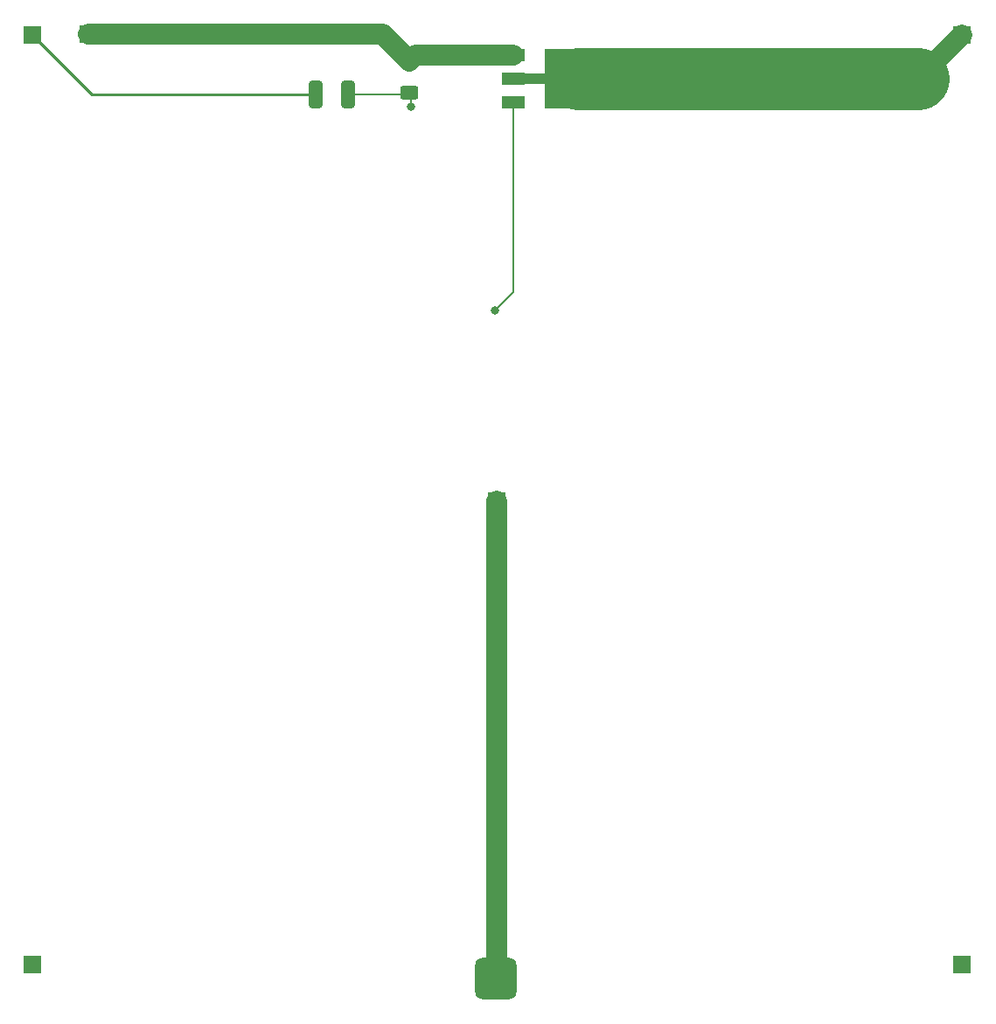
<source format=gbr>
%TF.GenerationSoftware,KiCad,Pcbnew,6.0.2+dfsg-1*%
%TF.CreationDate,2023-08-18T14:15:48-04:00*%
%TF.ProjectId,t-driver,742d6472-6976-4657-922e-6b696361645f,rev?*%
%TF.SameCoordinates,Original*%
%TF.FileFunction,Copper,L2,Bot*%
%TF.FilePolarity,Positive*%
%FSLAX46Y46*%
G04 Gerber Fmt 4.6, Leading zero omitted, Abs format (unit mm)*
G04 Created by KiCad (PCBNEW 6.0.2+dfsg-1) date 2023-08-18 14:15:48*
%MOMM*%
%LPD*%
G01*
G04 APERTURE LIST*
G04 Aperture macros list*
%AMRoundRect*
0 Rectangle with rounded corners*
0 $1 Rounding radius*
0 $2 $3 $4 $5 $6 $7 $8 $9 X,Y pos of 4 corners*
0 Add a 4 corners polygon primitive as box body*
4,1,4,$2,$3,$4,$5,$6,$7,$8,$9,$2,$3,0*
0 Add four circle primitives for the rounded corners*
1,1,$1+$1,$2,$3*
1,1,$1+$1,$4,$5*
1,1,$1+$1,$6,$7*
1,1,$1+$1,$8,$9*
0 Add four rect primitives between the rounded corners*
20,1,$1+$1,$2,$3,$4,$5,0*
20,1,$1+$1,$4,$5,$6,$7,0*
20,1,$1+$1,$6,$7,$8,$9,0*
20,1,$1+$1,$8,$9,$2,$3,0*%
G04 Aperture macros list end*
%TA.AperFunction,SMDPad,CuDef*%
%ADD10RoundRect,0.677968X-1.322032X-1.322032X1.322032X-1.322032X1.322032X1.322032X-1.322032X1.322032X0*%
%TD*%
%TA.AperFunction,ComponentPad*%
%ADD11R,1.700000X1.700000*%
%TD*%
%TA.AperFunction,SMDPad,CuDef*%
%ADD12RoundRect,0.250000X0.625000X-0.400000X0.625000X0.400000X-0.625000X0.400000X-0.625000X-0.400000X0*%
%TD*%
%TA.AperFunction,SMDPad,CuDef*%
%ADD13RoundRect,0.250000X-0.400000X-1.075000X0.400000X-1.075000X0.400000X1.075000X-0.400000X1.075000X0*%
%TD*%
%TA.AperFunction,SMDPad,CuDef*%
%ADD14R,2.200000X1.200000*%
%TD*%
%TA.AperFunction,SMDPad,CuDef*%
%ADD15R,6.400000X5.800000*%
%TD*%
%TA.AperFunction,ViaPad*%
%ADD16C,0.800000*%
%TD*%
%TA.AperFunction,Conductor*%
%ADD17C,2.000000*%
%TD*%
%TA.AperFunction,Conductor*%
%ADD18C,6.000000*%
%TD*%
%TA.AperFunction,Conductor*%
%ADD19C,1.000000*%
%TD*%
%TA.AperFunction,Conductor*%
%ADD20C,0.250000*%
%TD*%
%TA.AperFunction,Conductor*%
%ADD21C,0.200000*%
%TD*%
G04 APERTURE END LIST*
D10*
%TO.P,x1,2*%
%TO.N,N/C*%
X114833400Y-151434800D03*
%TD*%
D11*
%TO.P,,*%
%TO.N,*%
X160000000Y-150000000D03*
%TD*%
%TO.P,J1,1,Pin_1*%
%TO.N,Net-(J1-Pad1)*%
X70000000Y-60000000D03*
%TD*%
%TO.P,,*%
%TO.N,*%
X114960400Y-105174200D03*
%TD*%
%TO.P,J3,1,Pin_1*%
%TO.N,Net-(J3-Pad1)*%
X160000000Y-60000000D03*
%TD*%
%TO.P,J2,1,Pin_1*%
%TO.N,Net-(J2-Pad1)*%
X75438000Y-59994800D03*
%TD*%
%TO.P,,*%
%TO.N,*%
X70000000Y-150000000D03*
%TD*%
D12*
%TO.P,R1,1*%
%TO.N,Net-(Q1-Pad1)*%
X106476800Y-65659600D03*
%TO.P,R1,2*%
%TO.N,Net-(J2-Pad1)*%
X106476800Y-62559600D03*
%TD*%
D13*
%TO.P,R2,1*%
%TO.N,Net-(J1-Pad1)*%
X97459200Y-65760600D03*
%TO.P,R2,2*%
%TO.N,Net-(Q1-Pad1)*%
X100559200Y-65760600D03*
%TD*%
D14*
%TO.P,Q1,1,B*%
%TO.N,Net-(Q1-Pad1)*%
X116526200Y-66542000D03*
%TO.P,Q1,2,C*%
%TO.N,Net-(J3-Pad1)*%
X116526200Y-64262000D03*
D15*
X122826200Y-64262000D03*
D14*
%TO.P,Q1,3,E*%
%TO.N,Net-(J2-Pad1)*%
X116526200Y-61982000D03*
%TD*%
D16*
%TO.N,Net-(Q1-Pad1)*%
X114808000Y-86690200D03*
X106680000Y-66954400D03*
%TD*%
D17*
%TO.N,*%
X114960400Y-105174200D02*
X114960400Y-151942800D01*
%TO.N,Net-(J2-Pad1)*%
X116526200Y-61982000D02*
X107054400Y-61982000D01*
X107054400Y-61982000D02*
X106476800Y-62559600D01*
X75438000Y-59994800D02*
X103912000Y-59994800D01*
X103912000Y-59994800D02*
X106476800Y-62559600D01*
D18*
%TO.N,Net-(J3-Pad1)*%
X122826200Y-64262000D02*
X155738000Y-64262000D01*
D17*
X155738000Y-64262000D02*
X160000000Y-60000000D01*
D19*
X116526200Y-64262000D02*
X122826200Y-64262000D01*
D20*
%TO.N,Net-(J1-Pad1)*%
X97459200Y-65760600D02*
X75760600Y-65760600D01*
X75760600Y-65760600D02*
X70000000Y-60000000D01*
D21*
%TO.N,Net-(Q1-Pad1)*%
X106476800Y-65659600D02*
X106375800Y-65760600D01*
X106375800Y-65760600D02*
X100559200Y-65760600D01*
X114808000Y-86690200D02*
X116526200Y-84972000D01*
X116526200Y-84972000D02*
X116526200Y-66542000D01*
X106680000Y-66954400D02*
X106680000Y-65862800D01*
X106680000Y-65862800D02*
X106476800Y-65659600D01*
%TD*%
M02*

</source>
